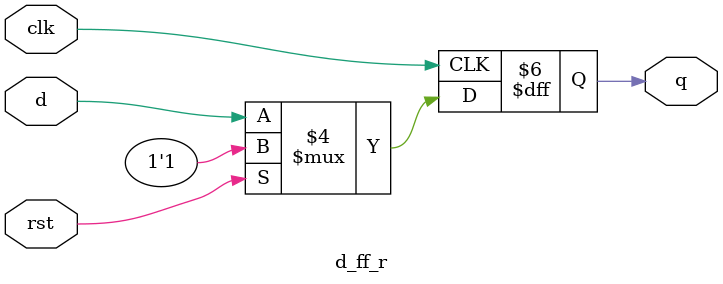
<source format=v>
module d_ff_r(
    input clk,rst,d,
    output reg q 
);
always @(posedge clk) begin
    if(rst==1'b1)//置位信号高电平有效
        q<=1'b1;
    else
        q<=d;
end
endmodule //数电实验3-2
</source>
